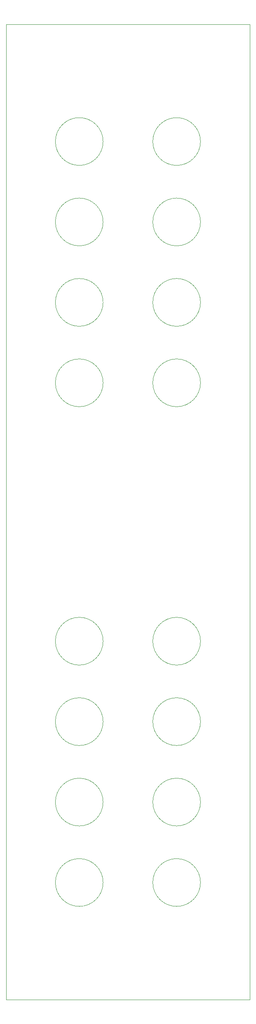
<source format=gm1>
G04 #@! TF.GenerationSoftware,KiCad,Pcbnew,8.0.3*
G04 #@! TF.CreationDate,2024-06-29T17:28:01+02:00*
G04 #@! TF.ProjectId,DMH_Buffered_Mult_PANEL,444d485f-4275-4666-9665-7265645f4d75,1*
G04 #@! TF.SameCoordinates,Original*
G04 #@! TF.FileFunction,Profile,NP*
%FSLAX46Y46*%
G04 Gerber Fmt 4.6, Leading zero omitted, Abs format (unit mm)*
G04 Created by KiCad (PCBNEW 8.0.3) date 2024-06-29 17:28:01*
%MOMM*%
%LPD*%
G01*
G04 APERTURE LIST*
G04 #@! TA.AperFunction,Profile*
%ADD10C,0.050000*%
G04 #@! TD*
G04 APERTURE END LIST*
D10*
X75000000Y-30000000D02*
X125000000Y-30000000D01*
X125000000Y-230000000D01*
X75000000Y-230000000D01*
X75000000Y-30000000D01*
X114900000Y-206000000D02*
G75*
G02*
X105100000Y-206000000I-4900000J0D01*
G01*
X105100000Y-206000000D02*
G75*
G02*
X114900000Y-206000000I4900000J0D01*
G01*
X94900000Y-206000000D02*
G75*
G02*
X85100000Y-206000000I-4900000J0D01*
G01*
X85100000Y-206000000D02*
G75*
G02*
X94900000Y-206000000I4900000J0D01*
G01*
X94900000Y-54000000D02*
G75*
G02*
X85100000Y-54000000I-4900000J0D01*
G01*
X85100000Y-54000000D02*
G75*
G02*
X94900000Y-54000000I4900000J0D01*
G01*
X114900000Y-54000000D02*
G75*
G02*
X105100000Y-54000000I-4900000J0D01*
G01*
X105100000Y-54000000D02*
G75*
G02*
X114900000Y-54000000I4900000J0D01*
G01*
X94900000Y-70500000D02*
G75*
G02*
X85100000Y-70500000I-4900000J0D01*
G01*
X85100000Y-70500000D02*
G75*
G02*
X94900000Y-70500000I4900000J0D01*
G01*
X114900000Y-156500000D02*
G75*
G02*
X105100000Y-156500000I-4900000J0D01*
G01*
X105100000Y-156500000D02*
G75*
G02*
X114900000Y-156500000I4900000J0D01*
G01*
X94900000Y-173000000D02*
G75*
G02*
X85100000Y-173000000I-4900000J0D01*
G01*
X85100000Y-173000000D02*
G75*
G02*
X94900000Y-173000000I4900000J0D01*
G01*
X114900000Y-189500000D02*
G75*
G02*
X105100000Y-189500000I-4900000J0D01*
G01*
X105100000Y-189500000D02*
G75*
G02*
X114900000Y-189500000I4900000J0D01*
G01*
X94900000Y-103500000D02*
G75*
G02*
X85100000Y-103500000I-4900000J0D01*
G01*
X85100000Y-103500000D02*
G75*
G02*
X94900000Y-103500000I4900000J0D01*
G01*
X94900000Y-189500000D02*
G75*
G02*
X85100000Y-189500000I-4900000J0D01*
G01*
X85100000Y-189500000D02*
G75*
G02*
X94900000Y-189500000I4900000J0D01*
G01*
X114900000Y-103500000D02*
G75*
G02*
X105100000Y-103500000I-4900000J0D01*
G01*
X105100000Y-103500000D02*
G75*
G02*
X114900000Y-103500000I4900000J0D01*
G01*
X114900000Y-173000000D02*
G75*
G02*
X105100000Y-173000000I-4900000J0D01*
G01*
X105100000Y-173000000D02*
G75*
G02*
X114900000Y-173000000I4900000J0D01*
G01*
X94900000Y-156500000D02*
G75*
G02*
X85100000Y-156500000I-4900000J0D01*
G01*
X85100000Y-156500000D02*
G75*
G02*
X94900000Y-156500000I4900000J0D01*
G01*
X94900000Y-87000000D02*
G75*
G02*
X85100000Y-87000000I-4900000J0D01*
G01*
X85100000Y-87000000D02*
G75*
G02*
X94900000Y-87000000I4900000J0D01*
G01*
X114900000Y-70500000D02*
G75*
G02*
X105100000Y-70500000I-4900000J0D01*
G01*
X105100000Y-70500000D02*
G75*
G02*
X114900000Y-70500000I4900000J0D01*
G01*
X114900000Y-87000000D02*
G75*
G02*
X105100000Y-87000000I-4900000J0D01*
G01*
X105100000Y-87000000D02*
G75*
G02*
X114900000Y-87000000I4900000J0D01*
G01*
M02*

</source>
